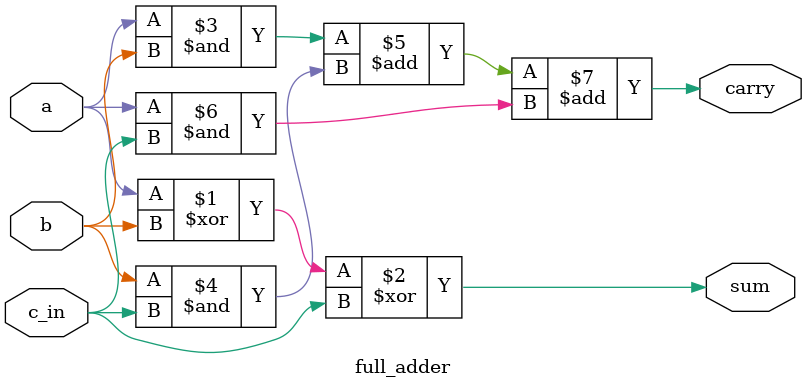
<source format=v>
module full_adder(
	input a, 
	input b,
	input c_in,
	output sum,
	output carry
);
	
	assign sum = a^b^c_in;
	assign carry = (a & b) + (b & c_in) + (a & c_in);
	

endmodule









</source>
